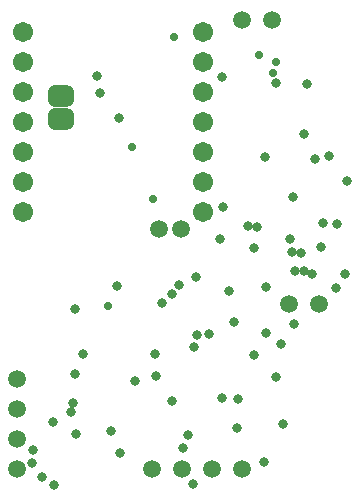
<source format=gbs>
G04*
G04 #@! TF.GenerationSoftware,Altium Limited,Altium Designer,23.0.1 (38)*
G04*
G04 Layer_Color=16711935*
%FSLAX25Y25*%
%MOIN*%
G70*
G04*
G04 #@! TF.SameCoordinates,C4E3482C-EC36-4988-95D7-60F58037128F*
G04*
G04*
G04 #@! TF.FilePolarity,Negative*
G04*
G01*
G75*
%ADD48C,0.05918*%
%ADD49C,0.06706*%
G04:AMPARAMS|DCode=50|XSize=86.74mil|YSize=70.99mil|CornerRadius=19.75mil|HoleSize=0mil|Usage=FLASHONLY|Rotation=0.000|XOffset=0mil|YOffset=0mil|HoleType=Round|Shape=RoundedRectangle|*
%AMROUNDEDRECTD50*
21,1,0.08674,0.03150,0,0,0.0*
21,1,0.04724,0.07099,0,0,0.0*
1,1,0.03950,0.02362,-0.01575*
1,1,0.03950,-0.02362,-0.01575*
1,1,0.03950,-0.02362,0.01575*
1,1,0.03950,0.02362,0.01575*
%
%ADD50ROUNDEDRECTD50*%
%ADD51C,0.03162*%
%ADD52C,0.02769*%
D48*
X58504Y-77559D02*
D03*
X51024D02*
D03*
X78740Y-7874D02*
D03*
X88740D02*
D03*
X104488Y-102362D02*
D03*
X94488D02*
D03*
X78740Y-157480D02*
D03*
X68740D02*
D03*
X58740D02*
D03*
X48740D02*
D03*
X3937D02*
D03*
Y-147480D02*
D03*
Y-137480D02*
D03*
Y-127480D02*
D03*
D49*
X65905Y-11811D02*
D03*
X5906Y-21811D02*
D03*
Y-11811D02*
D03*
Y-61811D02*
D03*
Y-51811D02*
D03*
Y-41811D02*
D03*
Y-31811D02*
D03*
Y-71811D02*
D03*
X65905D02*
D03*
Y-31811D02*
D03*
Y-41811D02*
D03*
Y-51811D02*
D03*
Y-61811D02*
D03*
Y-21811D02*
D03*
D50*
X18406Y-40945D02*
D03*
Y-33059D02*
D03*
D51*
X30500Y-26500D02*
D03*
X31500Y-32000D02*
D03*
X86000Y-155000D02*
D03*
X59000Y-150500D02*
D03*
X62500Y-162423D02*
D03*
X96000Y-109000D02*
D03*
X86800Y-112300D02*
D03*
X92500Y-142500D02*
D03*
X38000Y-152111D02*
D03*
X35000Y-144700D02*
D03*
X8900Y-155500D02*
D03*
X110000Y-97000D02*
D03*
X113200Y-92400D02*
D03*
X71400Y-80800D02*
D03*
X83800Y-76700D02*
D03*
X23600Y-145800D02*
D03*
X43000Y-128128D02*
D03*
X25646Y-119300D02*
D03*
X49700D02*
D03*
X86500Y-53600D02*
D03*
X82800Y-83700D02*
D03*
X77000Y-143800D02*
D03*
X60800Y-146300D02*
D03*
X113700Y-61400D02*
D03*
X99600Y-45800D02*
D03*
X72200Y-26800D02*
D03*
X72600Y-70000D02*
D03*
X57950Y-96220D02*
D03*
X96300Y-91469D02*
D03*
X23000Y-125800D02*
D03*
X16000Y-162900D02*
D03*
X82700Y-119500D02*
D03*
X21900Y-138400D02*
D03*
X12000Y-160000D02*
D03*
X90100Y-126900D02*
D03*
X110354Y-75900D02*
D03*
X86700Y-96800D02*
D03*
X95900Y-66700D02*
D03*
X103260Y-54200D02*
D03*
X72200Y-133700D02*
D03*
X91700Y-115700D02*
D03*
X22377Y-135323D02*
D03*
X74400Y-98300D02*
D03*
X77300Y-134200D02*
D03*
X55500Y-134700D02*
D03*
X9200Y-151200D02*
D03*
X94854Y-80946D02*
D03*
X99300Y-91600D02*
D03*
X98600Y-85400D02*
D03*
X95500Y-85300D02*
D03*
X105200Y-83400D02*
D03*
X100300Y-29000D02*
D03*
X90100Y-28900D02*
D03*
X67800Y-112500D02*
D03*
X80631Y-76500D02*
D03*
X62800Y-116700D02*
D03*
X105700Y-75600D02*
D03*
X63800Y-112800D02*
D03*
X76000Y-108600D02*
D03*
X102100Y-92400D02*
D03*
X107700Y-53300D02*
D03*
X55400Y-99100D02*
D03*
X50000Y-126400D02*
D03*
X52100Y-102300D02*
D03*
X63400Y-93600D02*
D03*
X37741Y-40559D02*
D03*
X15800Y-141807D02*
D03*
X23200Y-104000D02*
D03*
X37100Y-96500D02*
D03*
D52*
X42000Y-50000D02*
D03*
X90178Y-21938D02*
D03*
X89000Y-25500D02*
D03*
X56000Y-13500D02*
D03*
X84500Y-19375D02*
D03*
X49000Y-67500D02*
D03*
X34000Y-103000D02*
D03*
M02*

</source>
